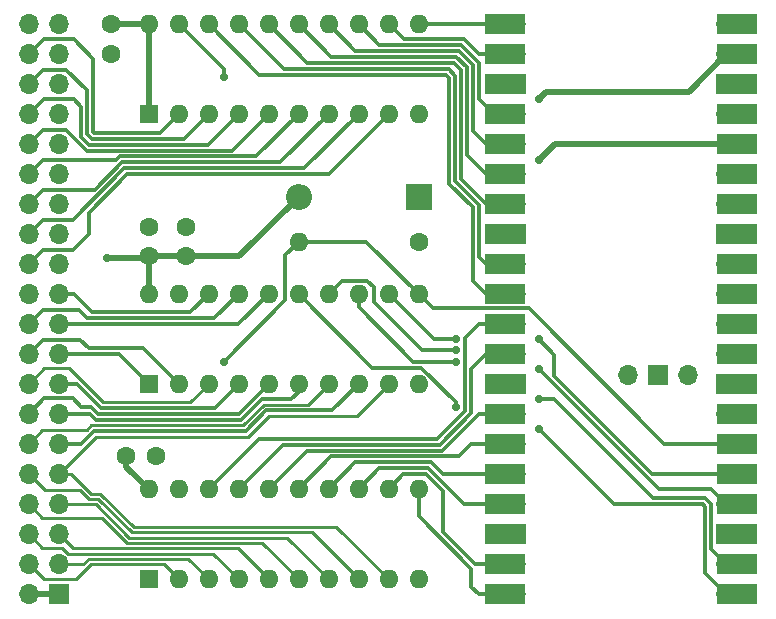
<source format=gtl>
%TF.GenerationSoftware,KiCad,Pcbnew,(6.0.8-1)-1*%
%TF.CreationDate,2022-11-03T22:23:08+08:00*%
%TF.ProjectId,PCB,5043422e-6b69-4636-9164-5f7063625858,rev?*%
%TF.SameCoordinates,Original*%
%TF.FileFunction,Copper,L1,Top*%
%TF.FilePolarity,Positive*%
%FSLAX46Y46*%
G04 Gerber Fmt 4.6, Leading zero omitted, Abs format (unit mm)*
G04 Created by KiCad (PCBNEW (6.0.8-1)-1) date 2022-11-03 22:23:08*
%MOMM*%
%LPD*%
G01*
G04 APERTURE LIST*
%TA.AperFunction,ComponentPad*%
%ADD10R,2.200000X2.200000*%
%TD*%
%TA.AperFunction,ComponentPad*%
%ADD11O,2.200000X2.200000*%
%TD*%
%TA.AperFunction,SMDPad,CuDef*%
%ADD12R,3.500000X1.700000*%
%TD*%
%TA.AperFunction,ComponentPad*%
%ADD13O,1.700000X1.700000*%
%TD*%
%TA.AperFunction,ComponentPad*%
%ADD14R,1.700000X1.700000*%
%TD*%
%TA.AperFunction,ComponentPad*%
%ADD15R,1.600000X1.600000*%
%TD*%
%TA.AperFunction,ComponentPad*%
%ADD16O,1.600000X1.600000*%
%TD*%
%TA.AperFunction,ComponentPad*%
%ADD17C,1.600000*%
%TD*%
%TA.AperFunction,ViaPad*%
%ADD18C,0.700000*%
%TD*%
%TA.AperFunction,Conductor*%
%ADD19C,0.500000*%
%TD*%
%TA.AperFunction,Conductor*%
%ADD20C,0.300000*%
%TD*%
%TA.AperFunction,Conductor*%
%ADD21C,0.250000*%
%TD*%
G04 APERTURE END LIST*
D10*
X83820000Y-83185000D03*
D11*
X73660000Y-83185000D03*
D12*
X91175000Y-68580000D03*
D13*
X92075000Y-68580000D03*
X92075000Y-71120000D03*
D12*
X91175000Y-71120000D03*
X91175000Y-73660000D03*
D14*
X92075000Y-73660000D03*
D13*
X92075000Y-76200000D03*
D12*
X91175000Y-76200000D03*
D13*
X92075000Y-78740000D03*
D12*
X91175000Y-78740000D03*
X91175000Y-81280000D03*
D13*
X92075000Y-81280000D03*
X92075000Y-83820000D03*
D12*
X91175000Y-83820000D03*
D14*
X92075000Y-86360000D03*
D12*
X91175000Y-86360000D03*
X91175000Y-88900000D03*
D13*
X92075000Y-88900000D03*
D12*
X91175000Y-91440000D03*
D13*
X92075000Y-91440000D03*
D12*
X91175000Y-93980000D03*
D13*
X92075000Y-93980000D03*
D12*
X91175000Y-96520000D03*
D13*
X92075000Y-96520000D03*
D12*
X91175000Y-99060000D03*
D14*
X92075000Y-99060000D03*
D12*
X91175000Y-101600000D03*
D13*
X92075000Y-101600000D03*
X92075000Y-104140000D03*
D12*
X91175000Y-104140000D03*
D13*
X92075000Y-106680000D03*
D12*
X91175000Y-106680000D03*
X91175000Y-109220000D03*
D13*
X92075000Y-109220000D03*
D12*
X91175000Y-111760000D03*
D14*
X92075000Y-111760000D03*
D12*
X91175000Y-114300000D03*
D13*
X92075000Y-114300000D03*
D12*
X91175000Y-116840000D03*
D13*
X92075000Y-116840000D03*
D12*
X110755000Y-116840000D03*
D13*
X109855000Y-116840000D03*
D12*
X110755000Y-114300000D03*
D13*
X109855000Y-114300000D03*
D12*
X110755000Y-111760000D03*
D14*
X109855000Y-111760000D03*
D13*
X109855000Y-109220000D03*
D12*
X110755000Y-109220000D03*
D13*
X109855000Y-106680000D03*
D12*
X110755000Y-106680000D03*
D13*
X109855000Y-104140000D03*
D12*
X110755000Y-104140000D03*
X110755000Y-101600000D03*
D13*
X109855000Y-101600000D03*
D14*
X109855000Y-99060000D03*
D12*
X110755000Y-99060000D03*
X110755000Y-96520000D03*
D13*
X109855000Y-96520000D03*
D12*
X110755000Y-93980000D03*
D13*
X109855000Y-93980000D03*
X109855000Y-91440000D03*
D12*
X110755000Y-91440000D03*
D13*
X109855000Y-88900000D03*
D12*
X110755000Y-88900000D03*
D14*
X109855000Y-86360000D03*
D12*
X110755000Y-86360000D03*
X110755000Y-83820000D03*
D13*
X109855000Y-83820000D03*
D12*
X110755000Y-81280000D03*
D13*
X109855000Y-81280000D03*
X109855000Y-78740000D03*
D12*
X110755000Y-78740000D03*
X110755000Y-76200000D03*
D13*
X109855000Y-76200000D03*
D14*
X109855000Y-73660000D03*
D12*
X110755000Y-73660000D03*
X110755000Y-71120000D03*
D13*
X109855000Y-71120000D03*
D12*
X110755000Y-68580000D03*
D13*
X109855000Y-68580000D03*
X101549100Y-98310000D03*
D14*
X104089100Y-98310000D03*
D13*
X106629100Y-98310000D03*
D15*
X60960000Y-115560000D03*
D16*
X63500000Y-115560000D03*
X66040000Y-115560000D03*
X68580000Y-115560000D03*
X71120000Y-115560000D03*
X73660000Y-115560000D03*
X76200000Y-115560000D03*
X78740000Y-115560000D03*
X81280000Y-115560000D03*
X83820000Y-115560000D03*
X83820000Y-107940000D03*
X81280000Y-107940000D03*
X78740000Y-107940000D03*
X76200000Y-107940000D03*
X73660000Y-107940000D03*
X71120000Y-107940000D03*
X68580000Y-107940000D03*
X66040000Y-107940000D03*
X63500000Y-107940000D03*
X60960000Y-107940000D03*
D15*
X60960000Y-76200000D03*
D16*
X63500000Y-76200000D03*
X66040000Y-76200000D03*
X68580000Y-76200000D03*
X71120000Y-76200000D03*
X73660000Y-76200000D03*
X76200000Y-76200000D03*
X78740000Y-76200000D03*
X81280000Y-76200000D03*
X83820000Y-76200000D03*
X83820000Y-68580000D03*
X81280000Y-68580000D03*
X78740000Y-68580000D03*
X76200000Y-68580000D03*
X73660000Y-68580000D03*
X71120000Y-68580000D03*
X68580000Y-68580000D03*
X66040000Y-68580000D03*
X63500000Y-68580000D03*
X60960000Y-68580000D03*
D17*
X57800000Y-68580000D03*
X57800000Y-71080000D03*
X60960000Y-88225000D03*
X60960000Y-85725000D03*
X59095000Y-105156000D03*
X61595000Y-105156000D03*
X83820000Y-86995000D03*
D16*
X73660000Y-86995000D03*
D15*
X60965000Y-99050000D03*
D16*
X63505000Y-99050000D03*
X66045000Y-99050000D03*
X68585000Y-99050000D03*
X71125000Y-99050000D03*
X73665000Y-99050000D03*
X76205000Y-99050000D03*
X78745000Y-99050000D03*
X81285000Y-99050000D03*
X83825000Y-99050000D03*
X83825000Y-91430000D03*
X81285000Y-91430000D03*
X78745000Y-91430000D03*
X76205000Y-91430000D03*
X73665000Y-91430000D03*
X71125000Y-91430000D03*
X68585000Y-91430000D03*
X66045000Y-91430000D03*
X63505000Y-91430000D03*
X60965000Y-91430000D03*
D17*
X64135000Y-88225000D03*
X64135000Y-85725000D03*
D14*
X53340000Y-116840000D03*
D13*
X50800000Y-116840000D03*
X53340000Y-114300000D03*
X50800000Y-114300000D03*
X53340000Y-111760000D03*
X50800000Y-111760000D03*
X53340000Y-109220000D03*
X50800000Y-109220000D03*
X53340000Y-106680000D03*
X50800000Y-106680000D03*
X53340000Y-104140000D03*
X50800000Y-104140000D03*
X53340000Y-101600000D03*
X50800000Y-101600000D03*
X53340000Y-99060000D03*
X50800000Y-99060000D03*
X53340000Y-96520000D03*
X50800000Y-96520000D03*
X53340000Y-93980000D03*
X50800000Y-93980000D03*
X53340000Y-91440000D03*
X50800000Y-91440000D03*
X53340000Y-88900000D03*
X50800000Y-88900000D03*
X53340000Y-86360000D03*
X50800000Y-86360000D03*
X53340000Y-83820000D03*
X50800000Y-83820000D03*
X53340000Y-81280000D03*
X50800000Y-81280000D03*
X53340000Y-78740000D03*
X50800000Y-78740000D03*
X53340000Y-76200000D03*
X50800000Y-76200000D03*
X53340000Y-73660000D03*
X50800000Y-73660000D03*
X53340000Y-71120000D03*
X50800000Y-71120000D03*
X53340000Y-68580000D03*
X50800000Y-68580000D03*
D18*
X93980000Y-100330000D03*
X86995000Y-97155000D03*
X86995000Y-96149503D03*
X93980000Y-97790000D03*
X86995000Y-100965000D03*
X93980000Y-102870000D03*
X57404000Y-88392000D03*
X94050000Y-80080000D03*
X67310000Y-73025000D03*
X67310000Y-97155000D03*
X93980000Y-95250000D03*
X86995000Y-95250000D03*
X93980000Y-74930000D03*
D19*
X64135000Y-88225000D02*
X68620000Y-88225000D01*
X68620000Y-88225000D02*
X73660000Y-83185000D01*
D20*
X103640000Y-108720000D02*
X108085000Y-108720000D01*
X78745000Y-92561370D02*
X83338630Y-97155000D01*
X93980000Y-100330000D02*
X95250000Y-100330000D01*
X95250000Y-100330000D02*
X103640000Y-108720000D01*
X108585000Y-109220000D02*
X108585000Y-113030000D01*
X83338630Y-97155000D02*
X86995000Y-97155000D01*
X108585000Y-113030000D02*
X109855000Y-114300000D01*
X108085000Y-108720000D02*
X108585000Y-109220000D01*
X78745000Y-91430000D02*
X78745000Y-92561370D01*
X76205000Y-91430000D02*
X77355000Y-90280000D01*
X108585000Y-107950000D02*
X109855000Y-109220000D01*
X77355000Y-90280000D02*
X79485000Y-90280000D01*
X80010000Y-92075000D02*
X84084503Y-96149503D01*
X93980000Y-97790000D02*
X104140000Y-107950000D01*
X84084503Y-96149503D02*
X86995000Y-96149503D01*
X104140000Y-107950000D02*
X108585000Y-107950000D01*
X80010000Y-90805000D02*
X80010000Y-92075000D01*
X79485000Y-90280000D02*
X80010000Y-90805000D01*
X88265000Y-116205000D02*
X88900000Y-116840000D01*
X83820000Y-110245000D02*
X88265000Y-114690000D01*
X88265000Y-114690000D02*
X88265000Y-116205000D01*
X83820000Y-107940000D02*
X83820000Y-110245000D01*
X88900000Y-116840000D02*
X92075000Y-116840000D01*
X79890000Y-97655000D02*
X84056346Y-97655000D01*
X93980000Y-102870000D02*
X100330000Y-109220000D01*
X108085000Y-109427106D02*
X108085000Y-115070000D01*
X108085000Y-115070000D02*
X109855000Y-116840000D01*
X100330000Y-109220000D02*
X107877894Y-109220000D01*
X73665000Y-91430000D02*
X79890000Y-97655000D01*
X86995000Y-100593654D02*
X86995000Y-100965000D01*
X107877894Y-109220000D02*
X108085000Y-109427106D01*
X84056346Y-97655000D02*
X86995000Y-100593654D01*
X80500000Y-106180000D02*
X84662106Y-106180000D01*
X84662106Y-106180000D02*
X87702107Y-109220000D01*
X78740000Y-107940000D02*
X80500000Y-106180000D01*
X87702107Y-109220000D02*
X92075000Y-109220000D01*
X85883553Y-108108553D02*
X85883553Y-111601447D01*
X85883553Y-111601447D02*
X88582106Y-114300000D01*
X84455000Y-106680000D02*
X85883553Y-108108553D01*
X88582106Y-114300000D02*
X92075000Y-114300000D01*
X82540000Y-106680000D02*
X84455000Y-106680000D01*
X82540000Y-106680000D02*
X81280000Y-107940000D01*
X71120000Y-107940000D02*
X74380000Y-104680000D01*
X85820000Y-104680000D02*
X88900000Y-101600000D01*
X88900000Y-101600000D02*
X92075000Y-101600000D01*
X74380000Y-104680000D02*
X85820000Y-104680000D01*
X87225000Y-105180000D02*
X88265000Y-104140000D01*
X73660000Y-107940000D02*
X76420000Y-105180000D01*
X76420000Y-105180000D02*
X87225000Y-105180000D01*
X88265000Y-104140000D02*
X92075000Y-104140000D01*
X84869213Y-105680000D02*
X85869213Y-106680000D01*
X85869213Y-106680000D02*
X92075000Y-106680000D01*
X76200000Y-107940000D02*
X78460000Y-105680000D01*
X78460000Y-105680000D02*
X84869213Y-105680000D01*
X87630000Y-69850000D02*
X88900000Y-71120000D01*
X88900000Y-71120000D02*
X92075000Y-71120000D01*
X82550000Y-69850000D02*
X87630000Y-69850000D01*
X81280000Y-68580000D02*
X82550000Y-69850000D01*
X83820000Y-68580000D02*
X92075000Y-68580000D01*
D19*
X60960000Y-88225000D02*
X64135000Y-88225000D01*
X60793000Y-88392000D02*
X60960000Y-88225000D01*
X57404000Y-88392000D02*
X60793000Y-88392000D01*
X60960000Y-88225000D02*
X60960000Y-91425000D01*
X60960000Y-91425000D02*
X60965000Y-91430000D01*
X50800000Y-116840000D02*
X53340000Y-116840000D01*
X60960000Y-74168000D02*
X60960000Y-68580000D01*
X95390000Y-78740000D02*
X94050000Y-80080000D01*
X60960000Y-74168000D02*
X60960000Y-76200000D01*
X59095000Y-106075000D02*
X60960000Y-107940000D01*
X109855000Y-78740000D02*
X95390000Y-78740000D01*
X59095000Y-105156000D02*
X59095000Y-106075000D01*
X57912000Y-68580000D02*
X60960000Y-68580000D01*
D20*
X88900000Y-71827106D02*
X88900000Y-74930000D01*
X80510000Y-70350000D02*
X87422894Y-70350000D01*
X90170000Y-76200000D02*
X92075000Y-76200000D01*
X87422894Y-70350000D02*
X88900000Y-71827106D01*
X88900000Y-74930000D02*
X90170000Y-76200000D01*
X78740000Y-68580000D02*
X80510000Y-70350000D01*
X104635000Y-104140000D02*
X109855000Y-104140000D01*
X83825000Y-91430000D02*
X79390000Y-86995000D01*
X67310000Y-73025000D02*
X67310000Y-72390000D01*
X67310000Y-72390000D02*
X63500000Y-68580000D01*
X72515000Y-91950000D02*
X72515000Y-88140000D01*
X85035000Y-92640000D02*
X93135000Y-92640000D01*
X85035000Y-92640000D02*
X83825000Y-91430000D01*
X72515000Y-88140000D02*
X73660000Y-86995000D01*
X93135000Y-92640000D02*
X104635000Y-104140000D01*
X67310000Y-97155000D02*
X72515000Y-91950000D01*
X79390000Y-86995000D02*
X73660000Y-86995000D01*
X88400000Y-77605000D02*
X89535000Y-78740000D01*
X88400000Y-72034212D02*
X88400000Y-77605000D01*
X76200000Y-68580000D02*
X78470000Y-70850000D01*
X78470000Y-70850000D02*
X87215788Y-70850000D01*
X87215788Y-70850000D02*
X88400000Y-72034212D01*
X87008682Y-71350000D02*
X87900000Y-72241318D01*
X73660000Y-68580000D02*
X76430000Y-71350000D01*
X76430000Y-71350000D02*
X87008682Y-71350000D01*
X87900000Y-72241318D02*
X87900000Y-79645000D01*
X87900000Y-79645000D02*
X89535000Y-81280000D01*
X85105000Y-95250000D02*
X86995000Y-95250000D01*
X103577106Y-106680000D02*
X109855000Y-106680000D01*
X93980000Y-95250000D02*
X95286053Y-96556053D01*
X95286053Y-98388947D02*
X103577106Y-106680000D01*
X81285000Y-91430000D02*
X85105000Y-95250000D01*
X95286053Y-96556053D02*
X95286053Y-98388947D01*
X87400000Y-81685000D02*
X89535000Y-83820000D01*
X74390000Y-71850000D02*
X86801576Y-71850000D01*
X71120000Y-68580000D02*
X74390000Y-71850000D01*
X86801576Y-71850000D02*
X87400000Y-72448424D01*
X87400000Y-72448424D02*
X87400000Y-81685000D01*
X72390000Y-72390000D02*
X86360000Y-72390000D01*
X88900000Y-88265000D02*
X89535000Y-88900000D01*
X68580000Y-68580000D02*
X72390000Y-72390000D01*
X86360000Y-72390000D02*
X86900000Y-72930000D01*
X88900000Y-83892106D02*
X88900000Y-88265000D01*
X89535000Y-88900000D02*
X92075000Y-88900000D01*
X86900000Y-81892106D02*
X88900000Y-83892106D01*
X86900000Y-72930000D02*
X86900000Y-81892106D01*
X89535000Y-91440000D02*
X92075000Y-91440000D01*
X86400000Y-82099212D02*
X88400000Y-84099212D01*
X86400000Y-73137106D02*
X86400000Y-82099212D01*
X86152894Y-72890000D02*
X86400000Y-73137106D01*
X88400000Y-84099212D02*
X88400000Y-90305000D01*
X70350000Y-72890000D02*
X86152894Y-72890000D01*
X88400000Y-90305000D02*
X89535000Y-91440000D01*
X66040000Y-68580000D02*
X70350000Y-72890000D01*
X88900000Y-93980000D02*
X92075000Y-93980000D01*
X87765000Y-95115000D02*
X88900000Y-93980000D01*
X85405788Y-103680000D02*
X87765000Y-101320788D01*
X87765000Y-101320788D02*
X87765000Y-95115000D01*
X66040000Y-107940000D02*
X70300000Y-103680000D01*
X70300000Y-103680000D02*
X85405788Y-103680000D01*
X68580000Y-107940000D02*
X72340000Y-104180000D01*
X72340000Y-104180000D02*
X85612894Y-104180000D01*
X88265000Y-101527894D02*
X88265000Y-97790000D01*
X88265000Y-97790000D02*
X89535000Y-96520000D01*
X85612894Y-104180000D02*
X88265000Y-101527894D01*
X89535000Y-96520000D02*
X92075000Y-96520000D01*
D21*
X64330000Y-113850000D02*
X66040000Y-115560000D01*
X55430000Y-114300000D02*
X55880000Y-113850000D01*
X55880000Y-113850000D02*
X64330000Y-113850000D01*
X53340000Y-114300000D02*
X55430000Y-114300000D01*
X54792118Y-115574278D02*
X56066396Y-114300000D01*
X52074278Y-115574278D02*
X54792118Y-115574278D01*
X62230000Y-114300000D02*
X62240000Y-114300000D01*
X50800000Y-114300000D02*
X52074278Y-115574278D01*
X62240000Y-114300000D02*
X63500000Y-115560000D01*
X56066396Y-114300000D02*
X62230000Y-114300000D01*
X54530000Y-112950000D02*
X53340000Y-111760000D01*
X61040000Y-112950000D02*
X68510000Y-112950000D01*
X68510000Y-112950000D02*
X71120000Y-115560000D01*
X61040000Y-112950000D02*
X54530000Y-112950000D01*
X54101701Y-113400000D02*
X53636701Y-112935000D01*
X51975000Y-112935000D02*
X50800000Y-111760000D01*
X56145000Y-113400000D02*
X66420000Y-113400000D01*
X56145000Y-113400000D02*
X54101701Y-113400000D01*
X53636701Y-112935000D02*
X51975000Y-112935000D01*
X66420000Y-113400000D02*
X68580000Y-115560000D01*
X72690000Y-112050000D02*
X76200000Y-115560000D01*
X56516396Y-109220000D02*
X53340000Y-109220000D01*
X70140000Y-112050000D02*
X72690000Y-112050000D01*
X59346396Y-112050000D02*
X56516396Y-109220000D01*
X70140000Y-112050000D02*
X59346396Y-112050000D01*
X62335000Y-112500000D02*
X59160000Y-112500000D01*
X57055000Y-110395000D02*
X51975000Y-110395000D01*
X51975000Y-110395000D02*
X50800000Y-109220000D01*
X70600000Y-112500000D02*
X73660000Y-115560000D01*
X59160000Y-112500000D02*
X57055000Y-110395000D01*
X62335000Y-112500000D02*
X70600000Y-112500000D01*
X76870000Y-111150000D02*
X81280000Y-115560000D01*
X56515000Y-103505000D02*
X69392363Y-103505000D01*
X53340000Y-106680000D02*
X56515000Y-103505000D01*
X71142362Y-101755000D02*
X78580000Y-101755000D01*
X56066396Y-108320000D02*
X56889188Y-108320000D01*
X59719188Y-111150000D02*
X73635000Y-111150000D01*
X73635000Y-111150000D02*
X76870000Y-111150000D01*
X56889188Y-108320000D02*
X59719188Y-111150000D01*
X54426396Y-106680000D02*
X56066396Y-108320000D01*
X53340000Y-106680000D02*
X54426396Y-106680000D01*
X78580000Y-101755000D02*
X81285000Y-99050000D01*
X69392363Y-103505000D02*
X71142362Y-101755000D01*
X74780000Y-111600000D02*
X78740000Y-115560000D01*
X55880000Y-108770000D02*
X56702792Y-108770000D01*
X72865000Y-111600000D02*
X74780000Y-111600000D01*
X59532792Y-111600000D02*
X72865000Y-111600000D01*
X52165000Y-108045000D02*
X55155000Y-108045000D01*
X50800000Y-106680000D02*
X52165000Y-108045000D01*
X56702792Y-108770000D02*
X59532792Y-111600000D01*
X55155000Y-108045000D02*
X55880000Y-108770000D01*
D20*
X76515000Y-101280000D02*
X78745000Y-99050000D01*
X69195611Y-103030000D02*
X70945610Y-101280000D01*
X55208249Y-104140000D02*
X56318249Y-103030000D01*
X56318249Y-103030000D02*
X69195611Y-103030000D01*
X53340000Y-104140000D02*
X55208249Y-104140000D01*
X70945610Y-101280000D02*
X76515000Y-101280000D01*
D21*
X51975000Y-102965000D02*
X55711497Y-102965000D01*
X70748858Y-100805000D02*
X74450000Y-100805000D01*
X50800000Y-104140000D02*
X51975000Y-102965000D01*
X68998859Y-102555000D02*
X70748858Y-100805000D01*
X74450000Y-100805000D02*
X76205000Y-99050000D01*
X55711497Y-102965000D02*
X56121498Y-102555000D01*
X56121498Y-102555000D02*
X68998859Y-102555000D01*
D20*
X70552106Y-100330000D02*
X73025000Y-100330000D01*
X73665000Y-99690000D02*
X73665000Y-99050000D01*
X73025000Y-100330000D02*
X73665000Y-99690000D01*
X56515000Y-102080000D02*
X68802107Y-102080000D01*
X56035000Y-101600000D02*
X56515000Y-102080000D01*
X53340000Y-101600000D02*
X56035000Y-101600000D01*
X68802107Y-102080000D02*
X70552106Y-100330000D01*
X68595000Y-101580000D02*
X71125000Y-99050000D01*
X55245000Y-100965000D02*
X56107107Y-100965000D01*
X56722107Y-101580000D02*
X68595000Y-101580000D01*
X52140000Y-100260000D02*
X54540000Y-100260000D01*
X54540000Y-100260000D02*
X55245000Y-100965000D01*
X56107107Y-100965000D02*
X56722107Y-101580000D01*
X50800000Y-101600000D02*
X52140000Y-100260000D01*
X56929214Y-101080000D02*
X66555000Y-101080000D01*
X54909214Y-99060000D02*
X56929214Y-101080000D01*
X53340000Y-99060000D02*
X54909214Y-99060000D01*
X66555000Y-101080000D02*
X68585000Y-99050000D01*
D21*
X50800000Y-99060000D02*
X52140000Y-97720000D01*
X57125966Y-100605000D02*
X64490000Y-100605000D01*
X52140000Y-97720000D02*
X54240966Y-97720000D01*
X64490000Y-100605000D02*
X66045000Y-99050000D01*
X54240966Y-97720000D02*
X57125966Y-100605000D01*
D20*
X58435000Y-96520000D02*
X60965000Y-99050000D01*
X53340000Y-96520000D02*
X58435000Y-96520000D01*
X50800000Y-96520000D02*
X52038923Y-95281077D01*
X52038923Y-95281077D02*
X55141077Y-95281077D01*
X60475000Y-96020000D02*
X63505000Y-99050000D01*
X55880000Y-96020000D02*
X60475000Y-96020000D01*
X55141077Y-95281077D02*
X55880000Y-96020000D01*
X68575000Y-93980000D02*
X71125000Y-91430000D01*
X53340000Y-93980000D02*
X68575000Y-93980000D01*
X50800000Y-93980000D02*
X52000000Y-92780000D01*
X66535000Y-93480000D02*
X68585000Y-91430000D01*
X55740000Y-93480000D02*
X66535000Y-93480000D01*
X52000000Y-92780000D02*
X55040000Y-92780000D01*
X55040000Y-92780000D02*
X55740000Y-93480000D01*
X54610000Y-91440000D02*
X56150000Y-92980000D01*
X56150000Y-92980000D02*
X64495000Y-92980000D01*
X53340000Y-91440000D02*
X54610000Y-91440000D01*
X64495000Y-92980000D02*
X66045000Y-91430000D01*
X52038923Y-87661077D02*
X54578923Y-87661077D01*
X59127106Y-81280000D02*
X76200000Y-81280000D01*
X50800000Y-88900000D02*
X52038923Y-87661077D01*
X76200000Y-81280000D02*
X81280000Y-76200000D01*
X55880000Y-84527106D02*
X59127106Y-81280000D01*
X54578923Y-87661077D02*
X55880000Y-86360000D01*
X55880000Y-86360000D02*
X55880000Y-84527106D01*
X52038923Y-85121077D02*
X54578923Y-85121077D01*
X58920000Y-80780000D02*
X74160000Y-80780000D01*
X74160000Y-80780000D02*
X78740000Y-76200000D01*
X54578923Y-85121077D02*
X58920000Y-80780000D01*
X50800000Y-86360000D02*
X52038923Y-85121077D01*
X72120000Y-80280000D02*
X76200000Y-76200000D01*
X50800000Y-83820000D02*
X52038923Y-82581077D01*
X58712894Y-80280000D02*
X72120000Y-80280000D01*
X56411817Y-82581077D02*
X58712894Y-80280000D01*
X52038923Y-82581077D02*
X56411817Y-82581077D01*
X52038923Y-80041077D02*
X58244710Y-80041077D01*
X58505787Y-79780000D02*
X70080000Y-79780000D01*
X58244710Y-80041077D02*
X58505787Y-79780000D01*
X70080000Y-79780000D02*
X73660000Y-76200000D01*
X50800000Y-81280000D02*
X52038923Y-80041077D01*
X55722846Y-79280000D02*
X68040000Y-79280000D01*
X68040000Y-79280000D02*
X71120000Y-76200000D01*
X52038923Y-77501077D02*
X53943923Y-77501077D01*
X50800000Y-78740000D02*
X52038923Y-77501077D01*
X53943923Y-77501077D02*
X55722846Y-79280000D01*
X52070000Y-74930000D02*
X54610000Y-74930000D01*
X50800000Y-76200000D02*
X52070000Y-74930000D01*
X54610000Y-74930000D02*
X55245000Y-75565000D01*
X55245000Y-78095048D02*
X55929952Y-78780000D01*
X55245000Y-75565000D02*
X55245000Y-78095048D01*
X66000000Y-78780000D02*
X68580000Y-76200000D01*
X55929952Y-78780000D02*
X66000000Y-78780000D01*
X63960000Y-78280000D02*
X66040000Y-76200000D01*
X54006077Y-72421077D02*
X55745000Y-74160000D01*
X52038923Y-72421077D02*
X54006077Y-72421077D01*
X50800000Y-73660000D02*
X52038923Y-72421077D01*
X56137058Y-78280000D02*
X63960000Y-78280000D01*
X55745000Y-74160000D02*
X55745000Y-77887942D01*
X55745000Y-77887942D02*
X56137058Y-78280000D01*
X52070000Y-69850000D02*
X54610000Y-69850000D01*
X50800000Y-71120000D02*
X52070000Y-69850000D01*
X56245000Y-71485000D02*
X56245000Y-77680836D01*
X61920000Y-77780000D02*
X63500000Y-76200000D01*
X54610000Y-69850000D02*
X56245000Y-71485000D01*
X56344164Y-77780000D02*
X61920000Y-77780000D01*
X56245000Y-77680836D02*
X56344164Y-77780000D01*
D19*
X106680000Y-74295000D02*
X94615000Y-74295000D01*
X109855000Y-71120000D02*
X106680000Y-74295000D01*
X94615000Y-74295000D02*
X93980000Y-74930000D01*
M02*

</source>
